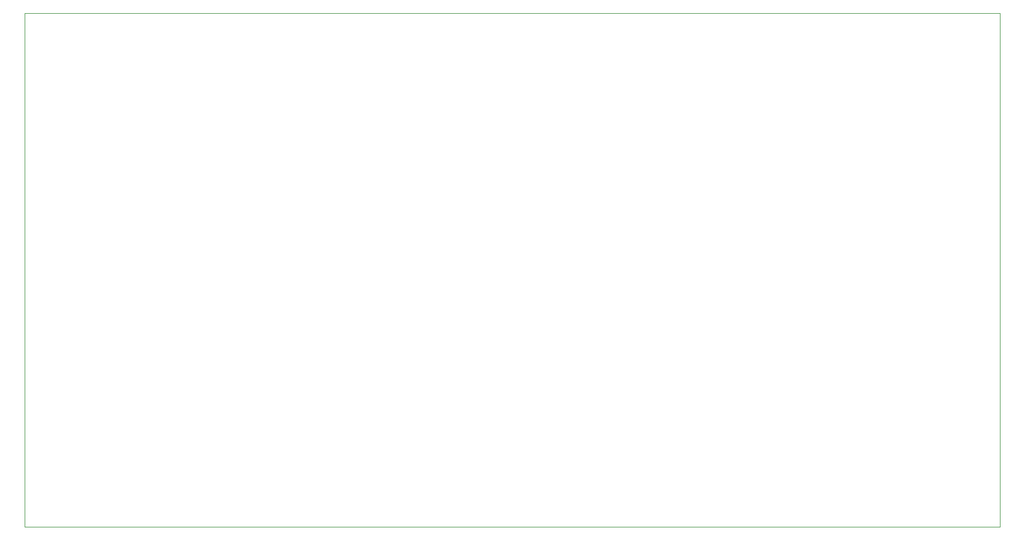
<source format=gm1>
G04 #@! TF.GenerationSoftware,KiCad,Pcbnew,(5.1.12)-1*
G04 #@! TF.CreationDate,2022-01-12T16:51:38+09:00*
G04 #@! TF.ProjectId,NHK2022_MD_product,4e484b32-3032-4325-9f4d-445f70726f64,rev?*
G04 #@! TF.SameCoordinates,PX3c8eee0PY853a720*
G04 #@! TF.FileFunction,Profile,NP*
%FSLAX46Y46*%
G04 Gerber Fmt 4.6, Leading zero omitted, Abs format (unit mm)*
G04 Created by KiCad (PCBNEW (5.1.12)-1) date 2022-01-12 16:51:38*
%MOMM*%
%LPD*%
G01*
G04 APERTURE LIST*
G04 #@! TA.AperFunction,Profile*
%ADD10C,0.050000*%
G04 #@! TD*
G04 APERTURE END LIST*
D10*
X-12700000Y56950000D02*
X131300000Y56950000D01*
X-12700000Y56950000D02*
X-12700000Y-19050000D01*
X131300000Y-19050000D02*
X131300000Y56950000D01*
X-12700000Y-19050000D02*
X131300000Y-19050000D01*
M02*

</source>
